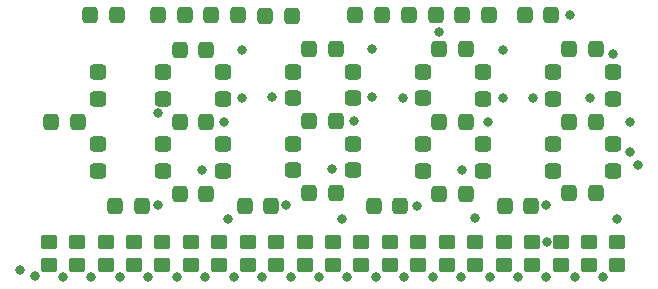
<source format=gbr>
%TF.GenerationSoftware,KiCad,Pcbnew,8.0.5*%
%TF.CreationDate,2024-09-28T22:07:55-04:00*%
%TF.ProjectId,Fluke_LCD,466c756b-655f-44c4-9344-2e6b69636164,rev?*%
%TF.SameCoordinates,Original*%
%TF.FileFunction,Soldermask,Top*%
%TF.FilePolarity,Negative*%
%FSLAX46Y46*%
G04 Gerber Fmt 4.6, Leading zero omitted, Abs format (unit mm)*
G04 Created by KiCad (PCBNEW 8.0.5) date 2024-09-28 22:07:55*
%MOMM*%
%LPD*%
G01*
G04 APERTURE LIST*
G04 Aperture macros list*
%AMRoundRect*
0 Rectangle with rounded corners*
0 $1 Rounding radius*
0 $2 $3 $4 $5 $6 $7 $8 $9 X,Y pos of 4 corners*
0 Add a 4 corners polygon primitive as box body*
4,1,4,$2,$3,$4,$5,$6,$7,$8,$9,$2,$3,0*
0 Add four circle primitives for the rounded corners*
1,1,$1+$1,$2,$3*
1,1,$1+$1,$4,$5*
1,1,$1+$1,$6,$7*
1,1,$1+$1,$8,$9*
0 Add four rect primitives between the rounded corners*
20,1,$1+$1,$2,$3,$4,$5,0*
20,1,$1+$1,$4,$5,$6,$7,0*
20,1,$1+$1,$6,$7,$8,$9,0*
20,1,$1+$1,$8,$9,$2,$3,0*%
G04 Aperture macros list end*
%ADD10RoundRect,0.282608X-0.417392X0.367392X-0.417392X-0.367392X0.417392X-0.367392X0.417392X0.367392X0*%
%ADD11RoundRect,0.282608X-0.367392X-0.417392X0.367392X-0.417392X0.367392X0.417392X-0.367392X0.417392X0*%
%ADD12RoundRect,0.250000X0.450000X-0.350000X0.450000X0.350000X-0.450000X0.350000X-0.450000X-0.350000X0*%
%ADD13C,0.800000*%
G04 APERTURE END LIST*
D10*
%TO.C,D15*%
X213453000Y-144260000D03*
X213453000Y-146520000D03*
%TD*%
D11*
%TO.C,D7*%
X198793000Y-148494000D03*
X201053000Y-148494000D03*
%TD*%
D10*
%TO.C,D41*%
X191890000Y-138215000D03*
X191890000Y-140475000D03*
%TD*%
D11*
%TO.C,D13*%
X209728000Y-148434000D03*
X211988000Y-148434000D03*
%TD*%
D10*
%TO.C,D22*%
X224453000Y-138201000D03*
X224453000Y-140461000D03*
%TD*%
D12*
%TO.C,R6*%
X192528000Y-154564000D03*
X192528000Y-152564000D03*
%TD*%
D10*
%TO.C,D3*%
X202473000Y-138210000D03*
X202473000Y-140470000D03*
%TD*%
D11*
%TO.C,D39*%
X196958000Y-133394000D03*
X199218000Y-133394000D03*
%TD*%
D10*
%TO.C,D23*%
X224453000Y-144297000D03*
X224453000Y-146557000D03*
%TD*%
D12*
%TO.C,R38*%
X231038000Y-154564000D03*
X231038000Y-152564000D03*
%TD*%
%TO.C,R34*%
X226218000Y-154564000D03*
X226218000Y-152564000D03*
%TD*%
D11*
%TO.C,D19*%
X220760000Y-136250000D03*
X223020000Y-136250000D03*
%TD*%
%TO.C,D28*%
X231764000Y-142390000D03*
X234024000Y-142390000D03*
%TD*%
%TO.C,D34*%
X218208000Y-133394000D03*
X220468000Y-133394000D03*
%TD*%
%TO.C,D44*%
X193308000Y-149494000D03*
X195568000Y-149494000D03*
%TD*%
D10*
%TO.C,D31*%
X235453000Y-144297000D03*
X235453000Y-146557000D03*
%TD*%
D11*
%TO.C,D4*%
X198793000Y-142398000D03*
X201053000Y-142398000D03*
%TD*%
D10*
%TO.C,D43*%
X191890000Y-144305000D03*
X191890000Y-146565000D03*
%TD*%
D12*
%TO.C,R40*%
X233448000Y-154564000D03*
X233448000Y-152564000D03*
%TD*%
D11*
%TO.C,D11*%
X209760000Y-136240000D03*
X212020000Y-136240000D03*
%TD*%
%TO.C,D27*%
X231760000Y-136270000D03*
X234020000Y-136270000D03*
%TD*%
%TO.C,D33*%
X222708000Y-133394000D03*
X224968000Y-133394000D03*
%TD*%
D12*
%TO.C,R18*%
X206958000Y-154564000D03*
X206958000Y-152564000D03*
%TD*%
%TO.C,R12*%
X199748000Y-154564000D03*
X199748000Y-152564000D03*
%TD*%
%TO.C,R36*%
X228628000Y-154564000D03*
X228628000Y-152564000D03*
%TD*%
D11*
%TO.C,D36*%
X206008000Y-133414000D03*
X208268000Y-133414000D03*
%TD*%
D10*
%TO.C,D9*%
X208373000Y-138164000D03*
X208373000Y-140424000D03*
%TD*%
D11*
%TO.C,D42*%
X187908000Y-142434000D03*
X190168000Y-142434000D03*
%TD*%
D10*
%TO.C,D18*%
X219373000Y-144297000D03*
X219373000Y-146557000D03*
%TD*%
D12*
%TO.C,R8*%
X194938000Y-154564000D03*
X194938000Y-152564000D03*
%TD*%
D10*
%TO.C,D6*%
X202473000Y-144306000D03*
X202473000Y-146566000D03*
%TD*%
D12*
%TO.C,R32*%
X223818000Y-154564000D03*
X223818000Y-152564000D03*
%TD*%
D11*
%TO.C,D24*%
X226308000Y-149494000D03*
X228568000Y-149494000D03*
%TD*%
%TO.C,D40*%
X191208000Y-133394000D03*
X193468000Y-133394000D03*
%TD*%
D12*
%TO.C,R1*%
X216598000Y-154564000D03*
X216598000Y-152564000D03*
%TD*%
D11*
%TO.C,D32*%
X228008000Y-133394000D03*
X230268000Y-133394000D03*
%TD*%
%TO.C,D2*%
X198793000Y-136302000D03*
X201053000Y-136302000D03*
%TD*%
D12*
%TO.C,R10*%
X197338000Y-154564000D03*
X197338000Y-152564000D03*
%TD*%
D11*
%TO.C,D35*%
X213658000Y-133394000D03*
X215918000Y-133394000D03*
%TD*%
%TO.C,D20*%
X220772500Y-142390000D03*
X223032500Y-142390000D03*
%TD*%
%TO.C,D21*%
X220773000Y-148494000D03*
X223033000Y-148494000D03*
%TD*%
D12*
%TO.C,R42*%
X235848000Y-154564000D03*
X235848000Y-152564000D03*
%TD*%
%TO.C,R28*%
X218998000Y-154564000D03*
X218998000Y-152564000D03*
%TD*%
D11*
%TO.C,D8*%
X204308000Y-149494000D03*
X206568000Y-149494000D03*
%TD*%
D10*
%TO.C,D14*%
X213453000Y-138164000D03*
X213453000Y-140424000D03*
%TD*%
%TO.C,D26*%
X230373000Y-144297000D03*
X230373000Y-146557000D03*
%TD*%
D12*
%TO.C,R20*%
X209378000Y-154564000D03*
X209378000Y-152564000D03*
%TD*%
%TO.C,R14*%
X202158000Y-154564000D03*
X202158000Y-152564000D03*
%TD*%
D10*
%TO.C,D5*%
X197393000Y-144306000D03*
X197393000Y-146566000D03*
%TD*%
D12*
%TO.C,R16*%
X204568000Y-154564000D03*
X204568000Y-152564000D03*
%TD*%
%TO.C,R22*%
X211788000Y-154564000D03*
X211788000Y-152564000D03*
%TD*%
D10*
%TO.C,D25*%
X230373000Y-138201000D03*
X230373000Y-140461000D03*
%TD*%
D11*
%TO.C,D16*%
X215208000Y-149494000D03*
X217468000Y-149494000D03*
%TD*%
D10*
%TO.C,D17*%
X219360000Y-138170000D03*
X219360000Y-140430000D03*
%TD*%
%TO.C,D30*%
X235453000Y-138201000D03*
X235453000Y-140461000D03*
%TD*%
D11*
%TO.C,D12*%
X209760000Y-142340000D03*
X212020000Y-142340000D03*
%TD*%
D10*
%TO.C,D1*%
X197393000Y-138210000D03*
X197393000Y-140470000D03*
%TD*%
D12*
%TO.C,R24*%
X214188000Y-154564000D03*
X214188000Y-152564000D03*
%TD*%
D11*
%TO.C,D38*%
X201458000Y-133394000D03*
X203718000Y-133394000D03*
%TD*%
D12*
%TO.C,R2*%
X187718000Y-154564000D03*
X187718000Y-152564000D03*
%TD*%
%TO.C,R30*%
X221408000Y-154564000D03*
X221408000Y-152564000D03*
%TD*%
D11*
%TO.C,D29*%
X231764000Y-148476000D03*
X234024000Y-148476000D03*
%TD*%
D10*
%TO.C,D10*%
X208373000Y-144269000D03*
X208373000Y-146529000D03*
%TD*%
D12*
%TO.C,R4*%
X190118000Y-154564000D03*
X190118000Y-152564000D03*
%TD*%
D13*
X229877500Y-152560000D03*
X235450000Y-136650000D03*
X233560000Y-140380000D03*
X220720000Y-134810000D03*
X235840000Y-150670000D03*
X231830000Y-133390000D03*
X215390000Y-155580000D03*
X186510000Y-155450000D03*
X188930000Y-155550000D03*
X191320000Y-155520000D03*
X193720000Y-155560000D03*
X196140000Y-155580000D03*
X198540000Y-155550000D03*
X200960000Y-155570000D03*
X203360000Y-155550000D03*
X205760000Y-155560000D03*
X208180000Y-155570000D03*
X210590000Y-155560000D03*
X212980000Y-155580000D03*
X217810000Y-155560000D03*
X220210000Y-155560000D03*
X222620000Y-155560000D03*
X225030000Y-155560000D03*
X227430000Y-155570000D03*
X229830000Y-155550000D03*
X232230000Y-155560000D03*
X234650000Y-155560000D03*
X237600000Y-146040000D03*
X185310000Y-154940000D03*
X236930000Y-142400000D03*
X236930000Y-144990000D03*
X197000000Y-149490000D03*
X197000000Y-141620000D03*
X204080000Y-136310000D03*
X204080000Y-140380000D03*
X202850000Y-150620000D03*
X200710000Y-146470000D03*
X202520000Y-142410000D03*
X206630000Y-140330000D03*
X207820000Y-149490000D03*
X212530000Y-150630000D03*
X215080000Y-136270000D03*
X215080000Y-140320000D03*
X211710000Y-146420000D03*
X213570000Y-142360000D03*
X217670000Y-140360000D03*
X218870000Y-149500000D03*
X226130000Y-140360000D03*
X223800000Y-150570000D03*
X226130000Y-136310000D03*
X224890000Y-142400000D03*
X222700000Y-146460000D03*
X229790000Y-149490000D03*
X228720000Y-140370000D03*
M02*

</source>
